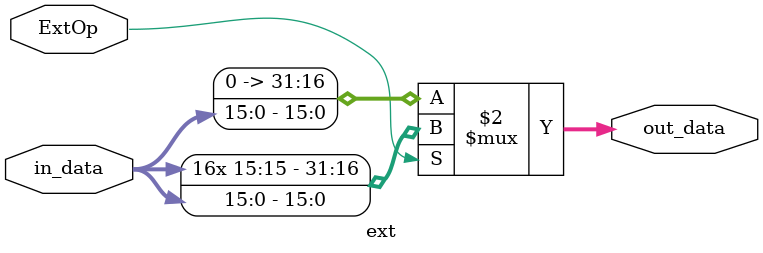
<source format=v>
`timescale 1ns/1ns
module ext(ExtOp,in_data,out_data);

input ExtOp;//'b0 for zero,'b1 for sign
input [15:0] in_data;
output [31:0] out_data;

assign out_data=(ExtOp=='b0)?{16'b0,in_data}:{{16{in_data[15]}},in_data};

endmodule
</source>
